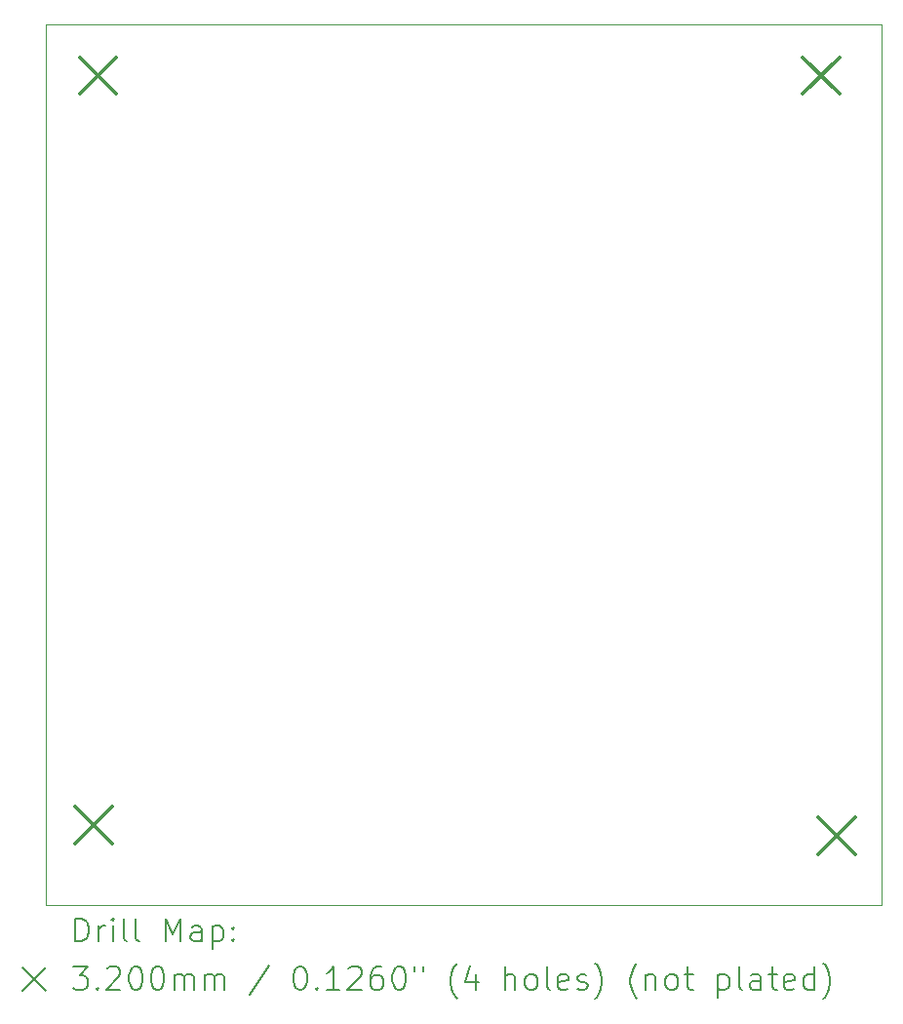
<source format=gbr>
%TF.GenerationSoftware,KiCad,Pcbnew,(6.0.11)*%
%TF.CreationDate,2023-08-29T14:34:00-05:00*%
%TF.ProjectId,Puerta,50756572-7461-42e6-9b69-6361645f7063,rev?*%
%TF.SameCoordinates,Original*%
%TF.FileFunction,Drillmap*%
%TF.FilePolarity,Positive*%
%FSLAX45Y45*%
G04 Gerber Fmt 4.5, Leading zero omitted, Abs format (unit mm)*
G04 Created by KiCad (PCBNEW (6.0.11)) date 2023-08-29 14:34:00*
%MOMM*%
%LPD*%
G01*
G04 APERTURE LIST*
%ADD10C,0.100000*%
%ADD11C,0.200000*%
%ADD12C,0.320000*%
G04 APERTURE END LIST*
D10*
X6924040Y-3276600D02*
X14175740Y-3276600D01*
X14175740Y-3276600D02*
X14175740Y-10919460D01*
X14175740Y-10919460D02*
X6924040Y-10919460D01*
X6924040Y-10919460D02*
X6924040Y-3276600D01*
D11*
D12*
X7175520Y-10066040D02*
X7495520Y-10386040D01*
X7495520Y-10066040D02*
X7175520Y-10386040D01*
X7213620Y-3558560D02*
X7533620Y-3878560D01*
X7533620Y-3558560D02*
X7213620Y-3878560D01*
X13492500Y-3558560D02*
X13812500Y-3878560D01*
X13812500Y-3558560D02*
X13492500Y-3878560D01*
X13624580Y-10160020D02*
X13944580Y-10480020D01*
X13944580Y-10160020D02*
X13624580Y-10480020D01*
D11*
X7176659Y-11234936D02*
X7176659Y-11034936D01*
X7224278Y-11034936D01*
X7252849Y-11044460D01*
X7271897Y-11063508D01*
X7281421Y-11082555D01*
X7290945Y-11120650D01*
X7290945Y-11149222D01*
X7281421Y-11187317D01*
X7271897Y-11206365D01*
X7252849Y-11225412D01*
X7224278Y-11234936D01*
X7176659Y-11234936D01*
X7376659Y-11234936D02*
X7376659Y-11101603D01*
X7376659Y-11139698D02*
X7386183Y-11120650D01*
X7395707Y-11111127D01*
X7414754Y-11101603D01*
X7433802Y-11101603D01*
X7500468Y-11234936D02*
X7500468Y-11101603D01*
X7500468Y-11034936D02*
X7490945Y-11044460D01*
X7500468Y-11053984D01*
X7509992Y-11044460D01*
X7500468Y-11034936D01*
X7500468Y-11053984D01*
X7624278Y-11234936D02*
X7605230Y-11225412D01*
X7595707Y-11206365D01*
X7595707Y-11034936D01*
X7729040Y-11234936D02*
X7709992Y-11225412D01*
X7700468Y-11206365D01*
X7700468Y-11034936D01*
X7957611Y-11234936D02*
X7957611Y-11034936D01*
X8024278Y-11177793D01*
X8090945Y-11034936D01*
X8090945Y-11234936D01*
X8271897Y-11234936D02*
X8271897Y-11130174D01*
X8262373Y-11111127D01*
X8243326Y-11101603D01*
X8205230Y-11101603D01*
X8186183Y-11111127D01*
X8271897Y-11225412D02*
X8252849Y-11234936D01*
X8205230Y-11234936D01*
X8186183Y-11225412D01*
X8176659Y-11206365D01*
X8176659Y-11187317D01*
X8186183Y-11168270D01*
X8205230Y-11158746D01*
X8252849Y-11158746D01*
X8271897Y-11149222D01*
X8367135Y-11101603D02*
X8367135Y-11301603D01*
X8367135Y-11111127D02*
X8386183Y-11101603D01*
X8424278Y-11101603D01*
X8443326Y-11111127D01*
X8452850Y-11120650D01*
X8462373Y-11139698D01*
X8462373Y-11196841D01*
X8452850Y-11215888D01*
X8443326Y-11225412D01*
X8424278Y-11234936D01*
X8386183Y-11234936D01*
X8367135Y-11225412D01*
X8548088Y-11215888D02*
X8557611Y-11225412D01*
X8548088Y-11234936D01*
X8538564Y-11225412D01*
X8548088Y-11215888D01*
X8548088Y-11234936D01*
X8548088Y-11111127D02*
X8557611Y-11120650D01*
X8548088Y-11130174D01*
X8538564Y-11120650D01*
X8548088Y-11111127D01*
X8548088Y-11130174D01*
X6719040Y-11464460D02*
X6919040Y-11664460D01*
X6919040Y-11464460D02*
X6719040Y-11664460D01*
X7157611Y-11454936D02*
X7281421Y-11454936D01*
X7214754Y-11531127D01*
X7243326Y-11531127D01*
X7262373Y-11540650D01*
X7271897Y-11550174D01*
X7281421Y-11569222D01*
X7281421Y-11616841D01*
X7271897Y-11635888D01*
X7262373Y-11645412D01*
X7243326Y-11654936D01*
X7186183Y-11654936D01*
X7167135Y-11645412D01*
X7157611Y-11635888D01*
X7367135Y-11635888D02*
X7376659Y-11645412D01*
X7367135Y-11654936D01*
X7357611Y-11645412D01*
X7367135Y-11635888D01*
X7367135Y-11654936D01*
X7452849Y-11473984D02*
X7462373Y-11464460D01*
X7481421Y-11454936D01*
X7529040Y-11454936D01*
X7548088Y-11464460D01*
X7557611Y-11473984D01*
X7567135Y-11493031D01*
X7567135Y-11512079D01*
X7557611Y-11540650D01*
X7443326Y-11654936D01*
X7567135Y-11654936D01*
X7690945Y-11454936D02*
X7709992Y-11454936D01*
X7729040Y-11464460D01*
X7738564Y-11473984D01*
X7748088Y-11493031D01*
X7757611Y-11531127D01*
X7757611Y-11578746D01*
X7748088Y-11616841D01*
X7738564Y-11635888D01*
X7729040Y-11645412D01*
X7709992Y-11654936D01*
X7690945Y-11654936D01*
X7671897Y-11645412D01*
X7662373Y-11635888D01*
X7652849Y-11616841D01*
X7643326Y-11578746D01*
X7643326Y-11531127D01*
X7652849Y-11493031D01*
X7662373Y-11473984D01*
X7671897Y-11464460D01*
X7690945Y-11454936D01*
X7881421Y-11454936D02*
X7900468Y-11454936D01*
X7919516Y-11464460D01*
X7929040Y-11473984D01*
X7938564Y-11493031D01*
X7948088Y-11531127D01*
X7948088Y-11578746D01*
X7938564Y-11616841D01*
X7929040Y-11635888D01*
X7919516Y-11645412D01*
X7900468Y-11654936D01*
X7881421Y-11654936D01*
X7862373Y-11645412D01*
X7852849Y-11635888D01*
X7843326Y-11616841D01*
X7833802Y-11578746D01*
X7833802Y-11531127D01*
X7843326Y-11493031D01*
X7852849Y-11473984D01*
X7862373Y-11464460D01*
X7881421Y-11454936D01*
X8033802Y-11654936D02*
X8033802Y-11521603D01*
X8033802Y-11540650D02*
X8043326Y-11531127D01*
X8062373Y-11521603D01*
X8090945Y-11521603D01*
X8109992Y-11531127D01*
X8119516Y-11550174D01*
X8119516Y-11654936D01*
X8119516Y-11550174D02*
X8129040Y-11531127D01*
X8148088Y-11521603D01*
X8176659Y-11521603D01*
X8195707Y-11531127D01*
X8205230Y-11550174D01*
X8205230Y-11654936D01*
X8300468Y-11654936D02*
X8300468Y-11521603D01*
X8300468Y-11540650D02*
X8309992Y-11531127D01*
X8329040Y-11521603D01*
X8357611Y-11521603D01*
X8376659Y-11531127D01*
X8386183Y-11550174D01*
X8386183Y-11654936D01*
X8386183Y-11550174D02*
X8395707Y-11531127D01*
X8414754Y-11521603D01*
X8443326Y-11521603D01*
X8462373Y-11531127D01*
X8471897Y-11550174D01*
X8471897Y-11654936D01*
X8862373Y-11445412D02*
X8690945Y-11702555D01*
X9119516Y-11454936D02*
X9138564Y-11454936D01*
X9157611Y-11464460D01*
X9167135Y-11473984D01*
X9176659Y-11493031D01*
X9186183Y-11531127D01*
X9186183Y-11578746D01*
X9176659Y-11616841D01*
X9167135Y-11635888D01*
X9157611Y-11645412D01*
X9138564Y-11654936D01*
X9119516Y-11654936D01*
X9100469Y-11645412D01*
X9090945Y-11635888D01*
X9081421Y-11616841D01*
X9071897Y-11578746D01*
X9071897Y-11531127D01*
X9081421Y-11493031D01*
X9090945Y-11473984D01*
X9100469Y-11464460D01*
X9119516Y-11454936D01*
X9271897Y-11635888D02*
X9281421Y-11645412D01*
X9271897Y-11654936D01*
X9262373Y-11645412D01*
X9271897Y-11635888D01*
X9271897Y-11654936D01*
X9471897Y-11654936D02*
X9357611Y-11654936D01*
X9414754Y-11654936D02*
X9414754Y-11454936D01*
X9395707Y-11483508D01*
X9376659Y-11502555D01*
X9357611Y-11512079D01*
X9548088Y-11473984D02*
X9557611Y-11464460D01*
X9576659Y-11454936D01*
X9624278Y-11454936D01*
X9643326Y-11464460D01*
X9652850Y-11473984D01*
X9662373Y-11493031D01*
X9662373Y-11512079D01*
X9652850Y-11540650D01*
X9538564Y-11654936D01*
X9662373Y-11654936D01*
X9833802Y-11454936D02*
X9795707Y-11454936D01*
X9776659Y-11464460D01*
X9767135Y-11473984D01*
X9748088Y-11502555D01*
X9738564Y-11540650D01*
X9738564Y-11616841D01*
X9748088Y-11635888D01*
X9757611Y-11645412D01*
X9776659Y-11654936D01*
X9814754Y-11654936D01*
X9833802Y-11645412D01*
X9843326Y-11635888D01*
X9852850Y-11616841D01*
X9852850Y-11569222D01*
X9843326Y-11550174D01*
X9833802Y-11540650D01*
X9814754Y-11531127D01*
X9776659Y-11531127D01*
X9757611Y-11540650D01*
X9748088Y-11550174D01*
X9738564Y-11569222D01*
X9976659Y-11454936D02*
X9995707Y-11454936D01*
X10014754Y-11464460D01*
X10024278Y-11473984D01*
X10033802Y-11493031D01*
X10043326Y-11531127D01*
X10043326Y-11578746D01*
X10033802Y-11616841D01*
X10024278Y-11635888D01*
X10014754Y-11645412D01*
X9995707Y-11654936D01*
X9976659Y-11654936D01*
X9957611Y-11645412D01*
X9948088Y-11635888D01*
X9938564Y-11616841D01*
X9929040Y-11578746D01*
X9929040Y-11531127D01*
X9938564Y-11493031D01*
X9948088Y-11473984D01*
X9957611Y-11464460D01*
X9976659Y-11454936D01*
X10119516Y-11454936D02*
X10119516Y-11493031D01*
X10195707Y-11454936D02*
X10195707Y-11493031D01*
X10490945Y-11731127D02*
X10481421Y-11721603D01*
X10462373Y-11693031D01*
X10452850Y-11673984D01*
X10443326Y-11645412D01*
X10433802Y-11597793D01*
X10433802Y-11559698D01*
X10443326Y-11512079D01*
X10452850Y-11483508D01*
X10462373Y-11464460D01*
X10481421Y-11435888D01*
X10490945Y-11426365D01*
X10652850Y-11521603D02*
X10652850Y-11654936D01*
X10605230Y-11445412D02*
X10557611Y-11588269D01*
X10681421Y-11588269D01*
X10909992Y-11654936D02*
X10909992Y-11454936D01*
X10995707Y-11654936D02*
X10995707Y-11550174D01*
X10986183Y-11531127D01*
X10967135Y-11521603D01*
X10938564Y-11521603D01*
X10919516Y-11531127D01*
X10909992Y-11540650D01*
X11119516Y-11654936D02*
X11100469Y-11645412D01*
X11090945Y-11635888D01*
X11081421Y-11616841D01*
X11081421Y-11559698D01*
X11090945Y-11540650D01*
X11100469Y-11531127D01*
X11119516Y-11521603D01*
X11148088Y-11521603D01*
X11167135Y-11531127D01*
X11176659Y-11540650D01*
X11186183Y-11559698D01*
X11186183Y-11616841D01*
X11176659Y-11635888D01*
X11167135Y-11645412D01*
X11148088Y-11654936D01*
X11119516Y-11654936D01*
X11300468Y-11654936D02*
X11281421Y-11645412D01*
X11271897Y-11626365D01*
X11271897Y-11454936D01*
X11452849Y-11645412D02*
X11433802Y-11654936D01*
X11395707Y-11654936D01*
X11376659Y-11645412D01*
X11367135Y-11626365D01*
X11367135Y-11550174D01*
X11376659Y-11531127D01*
X11395707Y-11521603D01*
X11433802Y-11521603D01*
X11452849Y-11531127D01*
X11462373Y-11550174D01*
X11462373Y-11569222D01*
X11367135Y-11588269D01*
X11538564Y-11645412D02*
X11557611Y-11654936D01*
X11595707Y-11654936D01*
X11614754Y-11645412D01*
X11624278Y-11626365D01*
X11624278Y-11616841D01*
X11614754Y-11597793D01*
X11595707Y-11588269D01*
X11567135Y-11588269D01*
X11548088Y-11578746D01*
X11538564Y-11559698D01*
X11538564Y-11550174D01*
X11548088Y-11531127D01*
X11567135Y-11521603D01*
X11595707Y-11521603D01*
X11614754Y-11531127D01*
X11690945Y-11731127D02*
X11700468Y-11721603D01*
X11719516Y-11693031D01*
X11729040Y-11673984D01*
X11738564Y-11645412D01*
X11748088Y-11597793D01*
X11748088Y-11559698D01*
X11738564Y-11512079D01*
X11729040Y-11483508D01*
X11719516Y-11464460D01*
X11700468Y-11435888D01*
X11690945Y-11426365D01*
X12052849Y-11731127D02*
X12043326Y-11721603D01*
X12024278Y-11693031D01*
X12014754Y-11673984D01*
X12005230Y-11645412D01*
X11995707Y-11597793D01*
X11995707Y-11559698D01*
X12005230Y-11512079D01*
X12014754Y-11483508D01*
X12024278Y-11464460D01*
X12043326Y-11435888D01*
X12052849Y-11426365D01*
X12129040Y-11521603D02*
X12129040Y-11654936D01*
X12129040Y-11540650D02*
X12138564Y-11531127D01*
X12157611Y-11521603D01*
X12186183Y-11521603D01*
X12205230Y-11531127D01*
X12214754Y-11550174D01*
X12214754Y-11654936D01*
X12338564Y-11654936D02*
X12319516Y-11645412D01*
X12309992Y-11635888D01*
X12300468Y-11616841D01*
X12300468Y-11559698D01*
X12309992Y-11540650D01*
X12319516Y-11531127D01*
X12338564Y-11521603D01*
X12367135Y-11521603D01*
X12386183Y-11531127D01*
X12395707Y-11540650D01*
X12405230Y-11559698D01*
X12405230Y-11616841D01*
X12395707Y-11635888D01*
X12386183Y-11645412D01*
X12367135Y-11654936D01*
X12338564Y-11654936D01*
X12462373Y-11521603D02*
X12538564Y-11521603D01*
X12490945Y-11454936D02*
X12490945Y-11626365D01*
X12500468Y-11645412D01*
X12519516Y-11654936D01*
X12538564Y-11654936D01*
X12757611Y-11521603D02*
X12757611Y-11721603D01*
X12757611Y-11531127D02*
X12776659Y-11521603D01*
X12814754Y-11521603D01*
X12833802Y-11531127D01*
X12843326Y-11540650D01*
X12852849Y-11559698D01*
X12852849Y-11616841D01*
X12843326Y-11635888D01*
X12833802Y-11645412D01*
X12814754Y-11654936D01*
X12776659Y-11654936D01*
X12757611Y-11645412D01*
X12967135Y-11654936D02*
X12948088Y-11645412D01*
X12938564Y-11626365D01*
X12938564Y-11454936D01*
X13129040Y-11654936D02*
X13129040Y-11550174D01*
X13119516Y-11531127D01*
X13100468Y-11521603D01*
X13062373Y-11521603D01*
X13043326Y-11531127D01*
X13129040Y-11645412D02*
X13109992Y-11654936D01*
X13062373Y-11654936D01*
X13043326Y-11645412D01*
X13033802Y-11626365D01*
X13033802Y-11607317D01*
X13043326Y-11588269D01*
X13062373Y-11578746D01*
X13109992Y-11578746D01*
X13129040Y-11569222D01*
X13195707Y-11521603D02*
X13271897Y-11521603D01*
X13224278Y-11454936D02*
X13224278Y-11626365D01*
X13233802Y-11645412D01*
X13252849Y-11654936D01*
X13271897Y-11654936D01*
X13414754Y-11645412D02*
X13395707Y-11654936D01*
X13357611Y-11654936D01*
X13338564Y-11645412D01*
X13329040Y-11626365D01*
X13329040Y-11550174D01*
X13338564Y-11531127D01*
X13357611Y-11521603D01*
X13395707Y-11521603D01*
X13414754Y-11531127D01*
X13424278Y-11550174D01*
X13424278Y-11569222D01*
X13329040Y-11588269D01*
X13595707Y-11654936D02*
X13595707Y-11454936D01*
X13595707Y-11645412D02*
X13576659Y-11654936D01*
X13538564Y-11654936D01*
X13519516Y-11645412D01*
X13509992Y-11635888D01*
X13500468Y-11616841D01*
X13500468Y-11559698D01*
X13509992Y-11540650D01*
X13519516Y-11531127D01*
X13538564Y-11521603D01*
X13576659Y-11521603D01*
X13595707Y-11531127D01*
X13671897Y-11731127D02*
X13681421Y-11721603D01*
X13700468Y-11693031D01*
X13709992Y-11673984D01*
X13719516Y-11645412D01*
X13729040Y-11597793D01*
X13729040Y-11559698D01*
X13719516Y-11512079D01*
X13709992Y-11483508D01*
X13700468Y-11464460D01*
X13681421Y-11435888D01*
X13671897Y-11426365D01*
M02*

</source>
